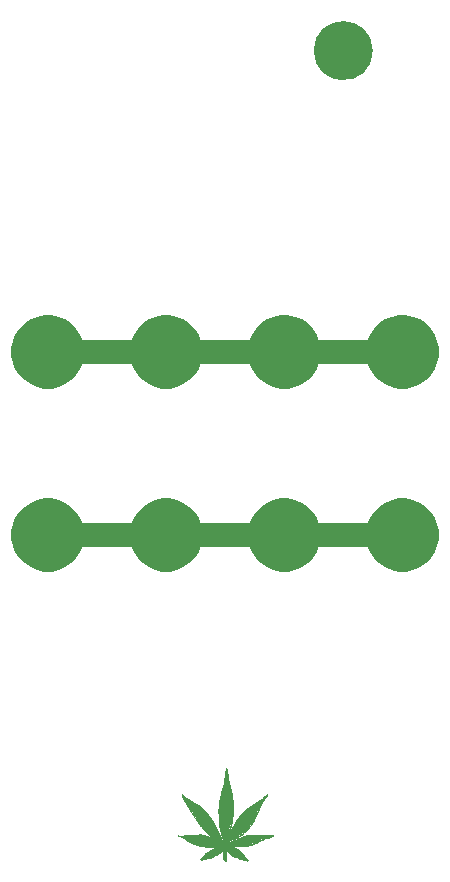
<source format=gbr>
G04 #@! TF.GenerationSoftware,KiCad,Pcbnew,(5.1.5-0)*
G04 #@! TF.CreationDate,2021-01-12T22:51:54-08:00*
G04 #@! TF.ProjectId,slygrogan,736c7967-726f-4676-916e-2e6b69636164,rev?*
G04 #@! TF.SameCoordinates,Original*
G04 #@! TF.FileFunction,Soldermask,Top*
G04 #@! TF.FilePolarity,Negative*
%FSLAX46Y46*%
G04 Gerber Fmt 4.6, Leading zero omitted, Abs format (unit mm)*
G04 Created by KiCad (PCBNEW (5.1.5-0)) date 2021-01-12 22:51:54*
%MOMM*%
%LPD*%
G04 APERTURE LIST*
%ADD10C,2.000000*%
%ADD11C,1.000000*%
%ADD12C,0.100000*%
%ADD13C,0.000002*%
%ADD14C,0.001000*%
G04 APERTURE END LIST*
D10*
X35000000Y-82000000D02*
X5000000Y-82000000D01*
D11*
X32000000Y-56500000D02*
G75*
G03X32000000Y-56500000I-2000000J0D01*
G01*
D10*
X35000000Y-97500000D02*
X5000000Y-97500000D01*
D12*
G36*
X20660400Y-123947650D02*
G01*
X21212850Y-124227050D01*
X21539875Y-124554075D01*
X21674813Y-124784263D01*
X21906588Y-125054138D01*
X21600200Y-124970000D01*
X21346200Y-124893800D01*
X21168400Y-124830300D01*
X20793750Y-124696950D01*
X20434975Y-124503275D01*
X20174625Y-124217525D01*
X20050800Y-124055600D01*
X20114300Y-124093700D01*
X20088900Y-124030200D01*
X20152400Y-123858750D01*
X20660400Y-123947650D01*
G37*
X20660400Y-123947650D02*
X21212850Y-124227050D01*
X21539875Y-124554075D01*
X21674813Y-124784263D01*
X21906588Y-125054138D01*
X21600200Y-124970000D01*
X21346200Y-124893800D01*
X21168400Y-124830300D01*
X20793750Y-124696950D01*
X20434975Y-124503275D01*
X20174625Y-124217525D01*
X20050800Y-124055600D01*
X20114300Y-124093700D01*
X20088900Y-124030200D01*
X20152400Y-123858750D01*
X20660400Y-123947650D01*
G36*
X19866650Y-123966700D02*
G01*
X19498350Y-124398500D01*
X19060200Y-124671550D01*
X18679200Y-124811250D01*
X17929900Y-124976350D01*
X18412500Y-124449300D01*
X18806200Y-124182600D01*
X19174500Y-123979400D01*
X19644400Y-123903200D01*
X19669800Y-123903200D01*
X19866650Y-123966700D01*
G37*
X19866650Y-123966700D02*
X19498350Y-124398500D01*
X19060200Y-124671550D01*
X18679200Y-124811250D01*
X17929900Y-124976350D01*
X18412500Y-124449300D01*
X18806200Y-124182600D01*
X19174500Y-123979400D01*
X19644400Y-123903200D01*
X19669800Y-123903200D01*
X19866650Y-123966700D01*
G36*
X23073400Y-122938000D02*
G01*
X23505200Y-122963400D01*
X24083207Y-122973943D01*
X23403600Y-123128500D01*
X22971800Y-123319000D01*
X22628900Y-123534900D01*
X22209800Y-123700000D01*
X21676400Y-123788900D01*
X21231900Y-123814300D01*
X20654050Y-123795250D01*
X20076200Y-123776200D01*
X20012700Y-123700000D01*
X20228600Y-123636500D01*
X20235585Y-123585700D01*
X20551815Y-123458700D01*
X21085850Y-123230100D01*
X21638300Y-123026900D01*
X22032000Y-122912600D01*
X22476500Y-122912600D01*
X23073400Y-122938000D01*
G37*
X23073400Y-122938000D02*
X23505200Y-122963400D01*
X24083207Y-122973943D01*
X23403600Y-123128500D01*
X22971800Y-123319000D01*
X22628900Y-123534900D01*
X22209800Y-123700000D01*
X21676400Y-123788900D01*
X21231900Y-123814300D01*
X20654050Y-123795250D01*
X20076200Y-123776200D01*
X20012700Y-123700000D01*
X20228600Y-123636500D01*
X20235585Y-123585700D01*
X20551815Y-123458700D01*
X21085850Y-123230100D01*
X21638300Y-123026900D01*
X22032000Y-122912600D01*
X22476500Y-122912600D01*
X23073400Y-122938000D01*
G36*
X23060700Y-120283700D02*
G01*
X22819400Y-120779000D01*
X22616200Y-121236200D01*
X22355850Y-121756900D01*
X22082800Y-122112500D01*
X21771650Y-122525250D01*
X21301750Y-122918950D01*
X20800100Y-123255500D01*
X19695200Y-123852400D01*
X19720600Y-123522200D01*
X20025400Y-123471400D01*
X20273050Y-123033250D01*
X20488950Y-122569700D01*
X20654050Y-122239500D01*
X20838200Y-121947400D01*
X21003300Y-121629900D01*
X21282700Y-121274300D01*
X21562100Y-120956800D01*
X21892300Y-120664700D01*
X22235200Y-120436100D01*
X22616200Y-120182100D01*
X23009900Y-119915400D01*
X23543300Y-119521700D01*
X23060700Y-120283700D01*
G37*
X23060700Y-120283700D02*
X22819400Y-120779000D01*
X22616200Y-121236200D01*
X22355850Y-121756900D01*
X22082800Y-122112500D01*
X21771650Y-122525250D01*
X21301750Y-122918950D01*
X20800100Y-123255500D01*
X19695200Y-123852400D01*
X19720600Y-123522200D01*
X20025400Y-123471400D01*
X20273050Y-123033250D01*
X20488950Y-122569700D01*
X20654050Y-122239500D01*
X20838200Y-121947400D01*
X21003300Y-121629900D01*
X21282700Y-121274300D01*
X21562100Y-120956800D01*
X21892300Y-120664700D01*
X22235200Y-120436100D01*
X22616200Y-120182100D01*
X23009900Y-119915400D01*
X23543300Y-119521700D01*
X23060700Y-120283700D01*
G36*
X20215900Y-118150100D02*
G01*
X20317500Y-118632700D01*
X20431800Y-119089900D01*
X20514350Y-119420100D01*
X20577850Y-119801100D01*
X20622300Y-120321800D01*
X20622300Y-120855200D01*
X20571500Y-121439400D01*
X20508000Y-121960100D01*
X20365125Y-122455400D01*
X20066675Y-123471400D01*
X19853950Y-123420600D01*
X19619000Y-122506200D01*
X19445962Y-121642600D01*
X19461837Y-120855200D01*
X19514225Y-120194800D01*
X19676150Y-119420100D01*
X19911100Y-118607300D01*
X20038100Y-117832600D01*
X20101600Y-117311900D01*
X20215900Y-118150100D01*
G37*
X20215900Y-118150100D02*
X20317500Y-118632700D01*
X20431800Y-119089900D01*
X20514350Y-119420100D01*
X20577850Y-119801100D01*
X20622300Y-120321800D01*
X20622300Y-120855200D01*
X20571500Y-121439400D01*
X20508000Y-121960100D01*
X20365125Y-122455400D01*
X20066675Y-123471400D01*
X19853950Y-123420600D01*
X19619000Y-122506200D01*
X19445962Y-121642600D01*
X19461837Y-120855200D01*
X19514225Y-120194800D01*
X19676150Y-119420100D01*
X19911100Y-118607300D01*
X20038100Y-117832600D01*
X20101600Y-117311900D01*
X20215900Y-118150100D01*
G36*
X16596400Y-119724900D02*
G01*
X16913900Y-119966200D01*
X17479050Y-120283700D01*
X18075950Y-120715500D01*
X18450600Y-121096500D01*
X18850650Y-121661650D01*
X19447550Y-122842750D01*
X19746000Y-123407900D01*
X19758700Y-123420600D01*
X19428500Y-123446000D01*
X19326900Y-123395200D01*
X18971300Y-123147550D01*
X18564900Y-122779250D01*
X18234700Y-122430000D01*
X17879100Y-121998200D01*
X17599700Y-121579100D01*
X17409200Y-121325100D01*
X17155200Y-120867900D01*
X16901200Y-120499600D01*
X16659900Y-120080500D01*
X16380500Y-119521700D01*
X16596400Y-119724900D01*
G37*
X16596400Y-119724900D02*
X16913900Y-119966200D01*
X17479050Y-120283700D01*
X18075950Y-120715500D01*
X18450600Y-121096500D01*
X18850650Y-121661650D01*
X19447550Y-122842750D01*
X19746000Y-123407900D01*
X19758700Y-123420600D01*
X19428500Y-123446000D01*
X19326900Y-123395200D01*
X18971300Y-123147550D01*
X18564900Y-122779250D01*
X18234700Y-122430000D01*
X17879100Y-121998200D01*
X17599700Y-121579100D01*
X17409200Y-121325100D01*
X17155200Y-120867900D01*
X16901200Y-120499600D01*
X16659900Y-120080500D01*
X16380500Y-119521700D01*
X16596400Y-119724900D01*
G36*
X18002925Y-122903075D02*
G01*
X18339475Y-122998325D01*
X18603000Y-123090400D01*
X19301500Y-123496800D01*
X19331980Y-123524740D01*
X19339600Y-123509500D01*
X19339600Y-123522200D01*
X19331980Y-123524740D01*
X19250700Y-123687300D01*
X19644400Y-123827000D01*
X19434850Y-123852400D01*
X19041150Y-123877800D01*
X18564900Y-123877800D01*
X18120400Y-123814300D01*
X17637800Y-123700000D01*
X17244100Y-123585700D01*
X16837700Y-123357100D01*
X16520200Y-123128500D01*
X16113800Y-123001500D01*
X16761500Y-122950700D01*
X17294900Y-122912600D01*
X17758450Y-122906250D01*
X18002925Y-122903075D01*
G37*
X18002925Y-122903075D02*
X18339475Y-122998325D01*
X18603000Y-123090400D01*
X19301500Y-123496800D01*
X19331980Y-123524740D01*
X19339600Y-123509500D01*
X19339600Y-123522200D01*
X19331980Y-123524740D01*
X19250700Y-123687300D01*
X19644400Y-123827000D01*
X19434850Y-123852400D01*
X19041150Y-123877800D01*
X18564900Y-123877800D01*
X18120400Y-123814300D01*
X17637800Y-123700000D01*
X17244100Y-123585700D01*
X16837700Y-123357100D01*
X16520200Y-123128500D01*
X16113800Y-123001500D01*
X16761500Y-122950700D01*
X17294900Y-122912600D01*
X17758450Y-122906250D01*
X18002925Y-122903075D01*
G36*
X20000000Y-123484100D02*
G01*
X19788862Y-123677775D01*
X20007937Y-123773025D01*
X20758825Y-124315950D01*
X20577850Y-124411200D01*
X20000000Y-123954000D01*
X20012700Y-125046200D01*
X19898400Y-124906500D01*
X19892050Y-124017500D01*
X19936500Y-124017500D01*
X19555500Y-123801600D01*
X19269750Y-123649200D01*
X19434850Y-123369800D01*
X20000000Y-123484100D01*
G37*
X20000000Y-123484100D02*
X19788862Y-123677775D01*
X20007937Y-123773025D01*
X20758825Y-124315950D01*
X20577850Y-124411200D01*
X20000000Y-123954000D01*
X20012700Y-125046200D01*
X19898400Y-124906500D01*
X19892050Y-124017500D01*
X19936500Y-124017500D01*
X19555500Y-123801600D01*
X19269750Y-123649200D01*
X19434850Y-123369800D01*
X20000000Y-123484100D01*
D13*
X19479586Y-121796968D02*
X19486414Y-121863404D01*
X16060628Y-122985206D02*
G75*
G02X16062745Y-122980474I8833J-1112D01*
G01*
X16062745Y-122980475D02*
G75*
G02X16067170Y-122977659I6961J-6056D01*
G01*
X16067171Y-122977659D02*
G75*
G02X16076272Y-122975641I21302J-74534D01*
G01*
X16119176Y-122969928D02*
X16076272Y-122975641D01*
X16175382Y-122964579D02*
X16119176Y-122969928D01*
X16249523Y-122959059D02*
X16175382Y-122964579D01*
X16350810Y-122952773D02*
X16249523Y-122959059D01*
X16464250Y-122945535D02*
X16350810Y-122952773D01*
X16555159Y-122938329D02*
X16464250Y-122945535D01*
X16635946Y-122930142D02*
X16555159Y-122938329D01*
X16717522Y-122919967D02*
X16635946Y-122930142D01*
X16795588Y-122910763D02*
X16717522Y-122919967D01*
X16894548Y-122901810D02*
X16795588Y-122910763D01*
X17002731Y-122893949D02*
X16894548Y-122901810D01*
X17110022Y-122888039D02*
X17002731Y-122893949D01*
X17158893Y-122885783D02*
X17110022Y-122888039D01*
X17228084Y-122882592D02*
X17158893Y-122885783D01*
X17303746Y-122879104D02*
X17228084Y-122882592D01*
X17375022Y-122875821D02*
X17303746Y-122879104D01*
X17542892Y-122868843D02*
X17375022Y-122875821D01*
X17717753Y-122863052D02*
X17542892Y-122868843D01*
X17891324Y-122858069D02*
X17717753Y-122863052D01*
X17891324Y-122858069D02*
G75*
G02X17900393Y-122860507I462J-16364D01*
G01*
X17903889Y-122861762D02*
G75*
G02X17900393Y-122860507I1209J8867D01*
G01*
X17919388Y-122863775D02*
X17903889Y-122861762D01*
X17937771Y-122865819D02*
X17919388Y-122863775D01*
X17958715Y-122867713D02*
X17937771Y-122865819D01*
X19470054Y-121687481D02*
X19472649Y-121717124D01*
X20612378Y-123847086D02*
X20657522Y-123850622D01*
X20563537Y-123843388D02*
X20612378Y-123847086D01*
X20518194Y-123840058D02*
X20563537Y-123843388D01*
X20485022Y-123837755D02*
X20518194Y-123840058D01*
X20453615Y-123835486D02*
X20485022Y-123837755D01*
X20414584Y-123832326D02*
X20453615Y-123835486D01*
X20374606Y-123828849D02*
X20414584Y-123832326D01*
X20340022Y-123825579D02*
X20374606Y-123828849D01*
X20278512Y-123820402D02*
X20340022Y-123825579D01*
X20226901Y-123818134D02*
X20278512Y-123820402D01*
X18831364Y-121580665D02*
X18702584Y-121373051D01*
X18960123Y-121810277D02*
X18831364Y-121580665D01*
X20263811Y-123844985D02*
X20225611Y-123837712D01*
X20301820Y-123851668D02*
X20263811Y-123844985D01*
X20327522Y-123855429D02*
X20301820Y-123851668D01*
X20327522Y-123855429D02*
G75*
G02X20415850Y-123871576I-96572J-777952D01*
G01*
X20542223Y-123904860D02*
X20415850Y-123871576D01*
X20681550Y-123947366D02*
X20542223Y-123904860D01*
X20815022Y-123994009D02*
X20681550Y-123947366D01*
X20858649Y-124011046D02*
X20815022Y-123994009D01*
X20904637Y-124030487D02*
X20858649Y-124011046D01*
X20952079Y-124051930D02*
X20904637Y-124030487D01*
X21000085Y-124074987D02*
X20952079Y-124051930D01*
X21000085Y-124074988D02*
G75*
G02X21152408Y-124162179I-639105J-1293158D01*
G01*
X19600081Y-122547260D02*
X19602098Y-122557528D01*
X22620021Y-121215299D02*
G75*
G02X22619743Y-121216562I-3003J0D01*
G01*
X22611209Y-121234952D02*
X22619743Y-121216562D01*
X22601523Y-121255632D02*
X22611209Y-121234952D01*
X22590022Y-121279870D02*
X22601523Y-121255632D01*
X22578521Y-121304146D02*
X22590022Y-121279870D01*
X22568834Y-121324951D02*
X22578521Y-121304146D01*
X22560385Y-121343329D02*
X22568834Y-121324951D01*
X22560021Y-121344995D02*
G75*
G02X22560385Y-121343329I3995J0D01*
G01*
X22560021Y-121344995D02*
G75*
G02X22559292Y-121348297I-7840J0D01*
G01*
X22520677Y-121431421D02*
X22559292Y-121348297D01*
X22477758Y-121523339D02*
X22520677Y-121431421D01*
X22427442Y-121630277D02*
X22477758Y-121523339D01*
X22404537Y-121678174D02*
X22427442Y-121630277D01*
X22376801Y-121734980D02*
X22404537Y-121678174D01*
X22347730Y-121793998D02*
X22376801Y-121734980D01*
X22347731Y-121793997D02*
G75*
G02X22345022Y-121797777I-12801J6311D01*
G01*
X22343589Y-121799614D02*
G75*
G02X22345022Y-121797777I8150J-4881D01*
G01*
X22340177Y-121805418D02*
X22343588Y-121799615D01*
X22336238Y-121812435D02*
X22340177Y-121805418D01*
X22332041Y-121820277D02*
X22336238Y-121812435D01*
X22323008Y-121837116D02*
X22332041Y-121820277D01*
X22312309Y-121856309D02*
X22323008Y-121837116D01*
X22301117Y-121875799D02*
X22312309Y-121856309D01*
X22290563Y-121893576D02*
X22301117Y-121875799D01*
X22286359Y-121900601D02*
X22290563Y-121893576D01*
X22279895Y-121911546D02*
X22286359Y-121900601D01*
X22272630Y-121923921D02*
X22279895Y-121911546D01*
X22265538Y-121936076D02*
X22272630Y-121923921D01*
X22265539Y-121936076D02*
G75*
G02X22176513Y-122074537I-1594117J927112D01*
G01*
X22060765Y-122228716D02*
X22176513Y-122074537D01*
X21929379Y-122385115D02*
X22060765Y-122228716D01*
X21792561Y-122530767D02*
X21929379Y-122385115D01*
X21792561Y-122530767D02*
G75*
G02X21512462Y-122788051I-2992746J2977019D01*
G01*
X21202444Y-123026945D02*
X21512462Y-122788051D01*
X20846530Y-123258868D02*
X21202444Y-123026945D01*
X20427522Y-123495384D02*
X20846530Y-123258868D01*
X20407210Y-123506206D02*
X20427522Y-123495384D01*
X20383256Y-123519049D02*
X20407210Y-123506206D01*
X20359541Y-123531825D02*
X20383256Y-123519049D01*
X20340022Y-123542411D02*
X20359541Y-123531825D01*
X20322766Y-123551769D02*
X20340022Y-123542411D01*
X20306062Y-123560749D02*
X20322766Y-123551769D01*
X20291782Y-123568359D02*
X20306062Y-123560749D01*
X20284097Y-123572337D02*
X20291782Y-123568359D01*
X20267847Y-123582144D02*
G75*
G02X20284097Y-123572337I73169J-102870D01*
G01*
X20251467Y-123595234D02*
G75*
G02X20267847Y-123582145I125077J-139731D01*
G01*
X20238112Y-123608375D02*
G75*
G02X20251467Y-123595234I145858J-134885D01*
G01*
X20235021Y-123616267D02*
G75*
G02X20238111Y-123608375I11624J0D01*
G01*
X20235871Y-123619781D02*
G75*
G02X20235022Y-123616267I6849J3514D01*
G01*
X20238155Y-123621737D02*
G75*
G02X20235870Y-123619780I1247J3768D01*
G01*
X20242397Y-123622198D02*
G75*
G02X20238155Y-123621737I-1044J10127D01*
G01*
X20249641Y-123621103D02*
G75*
G02X20242398Y-123622199I-15184J75919D01*
G01*
X20268149Y-123615366D02*
G75*
G02X20249641Y-123621104I-36945J86448D01*
G01*
X20328992Y-123589023D02*
X20268149Y-123615366D01*
X20396972Y-123558528D02*
X20328992Y-123589023D01*
X20465022Y-123526643D02*
X20396972Y-123558528D01*
X20488044Y-123515656D02*
X20465022Y-123526643D01*
X20513850Y-123503400D02*
X20488044Y-123515656D01*
X20538478Y-123491750D02*
X20513850Y-123503400D01*
X20557522Y-123482798D02*
X20538478Y-123491750D01*
X20577497Y-123473393D02*
X20557522Y-123482798D01*
X20605600Y-123460054D02*
X20577497Y-123473393D01*
X20636247Y-123445444D02*
X20605600Y-123460054D01*
X20665022Y-123431661D02*
X20636247Y-123445444D01*
X20719936Y-123405361D02*
X20665022Y-123431661D01*
X20761702Y-123385535D02*
X20719936Y-123405361D01*
X20796707Y-123369148D02*
X20761702Y-123385535D01*
X20830022Y-123353816D02*
X20796707Y-123369148D01*
X20865354Y-123337574D02*
X20830022Y-123353816D01*
X20931774Y-123306749D02*
X20865354Y-123337574D01*
X20999694Y-123275132D02*
X20931774Y-123306749D01*
X21047522Y-123252733D02*
X20999694Y-123275132D01*
X21194502Y-123184657D02*
X21047522Y-123252733D01*
X21345333Y-123116903D02*
X21194502Y-123184657D01*
X21483653Y-123056658D02*
X21345333Y-123116903D01*
X21590022Y-123012680D02*
X21483653Y-123056658D01*
X21643337Y-122991611D02*
X21590022Y-123012680D01*
X21678135Y-122978359D02*
X21643337Y-122991611D01*
X21707932Y-122967769D02*
X21678135Y-122978359D01*
X21742522Y-122956289D02*
X21707932Y-122967769D01*
X21801620Y-122938467D02*
X21742522Y-122956289D01*
X21863071Y-122922384D02*
X21801620Y-122938467D01*
X21924574Y-122908597D02*
X21863071Y-122922384D01*
X21983822Y-122897669D02*
X21924574Y-122908597D01*
X22025789Y-122891782D02*
X21983822Y-122897669D01*
X22061324Y-122888975D02*
X22025789Y-122891782D01*
X22105896Y-122888261D02*
X22061324Y-122888975D01*
X22186322Y-122889370D02*
X22105896Y-122888261D01*
X22243234Y-122890735D02*
X22186322Y-122889370D01*
X22301607Y-122892737D02*
X22243234Y-122890735D01*
X22353546Y-122895032D02*
X22301607Y-122892737D01*
X22387522Y-122897267D02*
X22353546Y-122895032D01*
X22418287Y-122899702D02*
X22387522Y-122897267D01*
X22457662Y-122902627D02*
X22418287Y-122899702D01*
X22498691Y-122905545D02*
X22457662Y-122902627D01*
X22535022Y-122907990D02*
X22498691Y-122905545D01*
X22572057Y-122910418D02*
X22535022Y-122907990D01*
X22615318Y-122913293D02*
X22572057Y-122910418D01*
X22657867Y-122916150D02*
X22615318Y-122913293D01*
X22692522Y-122918510D02*
X22657867Y-122916150D01*
X22745145Y-122920680D02*
X22692522Y-122918510D01*
X22937897Y-122923130D02*
X22745145Y-122920680D01*
X23166132Y-122925346D02*
X22937897Y-122923130D01*
X23422522Y-122926997D02*
X23166132Y-122925346D01*
X23760194Y-122928974D02*
X23422522Y-122926997D01*
X23946598Y-122930953D02*
X23760194Y-122928974D01*
X24075267Y-122933028D02*
X23946598Y-122930953D01*
X24075267Y-122933028D02*
G75*
G02X24088772Y-122936729I-500J-28318D01*
G01*
X24088772Y-122936728D02*
G75*
G02X24097766Y-122945160I-13045J-22929D01*
G01*
X24097766Y-122945160D02*
G75*
G02X24100023Y-122955412I-12281J-8079D01*
G01*
X24100023Y-122955413D02*
G75*
G02X24094871Y-122965674I-18220J2725D01*
G01*
X24094870Y-122965673D02*
G75*
G02X24083207Y-122973943I-29662J29474D01*
G01*
X24083208Y-122973944D02*
G75*
G02X24065174Y-122981131I-63623J133418D01*
G01*
X24000776Y-123001805D02*
X24065174Y-122981131D01*
X23938093Y-123021392D02*
X24000776Y-123001805D01*
X23902522Y-123031377D02*
X23938093Y-123021392D01*
X23773171Y-123068169D02*
X23902522Y-123031377D01*
X23598786Y-123125203D02*
X23773171Y-123068169D01*
X23419767Y-123188251D02*
X23598786Y-123125203D01*
X23272522Y-123245274D02*
X23419767Y-123188251D01*
X23149199Y-123298078D02*
X23272522Y-123245274D01*
X23003927Y-123364591D02*
X23149199Y-123298078D01*
X22862600Y-123432490D02*
X23003927Y-123364591D01*
X22752522Y-123489199D02*
X22862600Y-123432490D01*
X22618504Y-123560433D02*
X22752522Y-123489199D01*
X22533440Y-123602696D02*
X22618504Y-123560433D01*
X22458987Y-123635131D02*
X22533440Y-123602696D01*
X22367522Y-123670178D02*
X22458987Y-123635131D01*
X22292423Y-123697307D02*
X22367522Y-123670178D01*
X22252851Y-123710723D02*
X22292423Y-123697307D01*
X22213400Y-123722598D02*
X22252851Y-123710723D01*
X22140022Y-123743034D02*
X22213400Y-123722598D01*
X22020804Y-123772545D02*
X22140022Y-123743034D01*
X21883620Y-123800279D02*
X22020804Y-123772545D01*
X21745884Y-123823156D02*
X21883620Y-123800279D01*
X21625022Y-123837838D02*
X21745884Y-123823156D01*
X21601013Y-123840138D02*
X21625022Y-123837838D01*
X21566506Y-123843487D02*
X21601013Y-123840138D01*
X21528547Y-123847195D02*
X21566506Y-123843487D01*
X21492522Y-123850739D02*
X21528547Y-123847195D01*
X21358935Y-123858145D02*
X21492522Y-123850739D01*
X21086190Y-123859806D02*
X21358935Y-123858145D01*
X20813070Y-123857895D02*
X21086190Y-123859806D01*
X20657522Y-123850622D02*
X20813070Y-123857895D01*
X20184700Y-123817876D02*
X20226901Y-123818134D01*
X20180021Y-123822584D02*
G75*
G02X20184700Y-123817876I4709J-1D01*
G01*
X20181145Y-123824719D02*
G75*
G02X20180022Y-123822585I1466J2134D01*
G01*
X20185529Y-123827293D02*
G75*
G02X20181144Y-123824719I15819J31971D01*
G01*
X19110636Y-122088155D02*
X19094341Y-122058062D01*
X19121221Y-122107777D02*
X19110636Y-122088155D01*
X20511249Y-122483226D02*
X20464982Y-122580277D01*
X20596807Y-122312328D02*
X20511249Y-122483226D01*
X20683548Y-122141636D02*
X20596807Y-122312328D01*
X20724269Y-122066527D02*
X20683548Y-122141636D01*
X20738678Y-122041366D02*
X20724269Y-122066527D01*
X20749929Y-122021636D02*
X20738678Y-122041366D01*
X20759609Y-122004555D02*
X20749929Y-122021636D01*
X20769048Y-121987777D02*
X20759609Y-122004555D01*
X20775983Y-121975624D02*
X20769048Y-121987777D01*
X20787590Y-121955731D02*
X20775983Y-121975624D01*
X20800976Y-121932985D02*
X20787590Y-121955731D01*
X20814458Y-121910277D02*
X20800976Y-121932985D01*
X20827575Y-121888268D02*
X20814458Y-121910277D01*
X20839864Y-121867624D02*
X20827575Y-121888268D01*
X20850197Y-121850243D02*
X20839864Y-121867624D01*
X20854889Y-121842307D02*
X20850197Y-121850243D01*
X20899259Y-121770233D02*
X20854889Y-121842307D01*
X20962393Y-121673837D02*
X20899259Y-121770233D01*
X21029939Y-121574271D02*
X20962393Y-121673837D01*
X21089543Y-121490277D02*
X21029939Y-121574271D01*
X21146819Y-121413641D02*
X21089543Y-121490277D01*
X21217177Y-121323061D02*
X21146819Y-121413641D01*
X21284639Y-121238542D02*
X21217177Y-121323061D01*
X21327847Y-121187777D02*
X21284639Y-121238542D01*
X22635064Y-121181889D02*
X22644416Y-121161958D01*
X22627187Y-121198945D02*
X22635064Y-121181889D01*
X22620294Y-121214044D02*
X22627187Y-121198945D01*
X22620022Y-121215299D02*
G75*
G02X22620294Y-121214044I3026J0D01*
G01*
X19075985Y-122024222D02*
X19058037Y-121991194D01*
X19094341Y-122058062D02*
X19075985Y-122024222D01*
X21912904Y-125082618D02*
G75*
G02X21912962Y-125090934I-10582J-4233D01*
G01*
X21912961Y-125090934D02*
G75*
G02X21910571Y-125093771I-5287J2029D01*
G01*
X21910571Y-125093771D02*
G75*
G02X21905675Y-125095933I-11328J19028D01*
G01*
X21905675Y-125095934D02*
G75*
G02X21898837Y-125097326I-10822J35655D01*
G01*
X21898838Y-125097325D02*
G75*
G02X21890414Y-125097777I-8424J78322D01*
G01*
X20393609Y-122741378D02*
X20385721Y-122760277D01*
X20420843Y-122679384D02*
X20393609Y-122741378D01*
X20447720Y-122618594D02*
X20420843Y-122679384D01*
X20464982Y-122580277D02*
X20447720Y-122618594D01*
X21890414Y-125097778D02*
G75*
G02X21875921Y-125096825I0J110737D01*
G01*
X21875921Y-125096825D02*
G75*
G02X21863016Y-125093965I9971J75534D01*
G01*
X21863016Y-125093965D02*
G75*
G02X21846281Y-125087761I53575J170197D01*
G01*
X21815022Y-125074046D02*
X21846281Y-125087761D01*
X21751838Y-125047762D02*
X21815022Y-125074046D01*
X21685736Y-125024319D02*
X21751838Y-125047762D01*
X21614120Y-125002862D02*
X21685736Y-125024319D01*
X21534294Y-124982548D02*
X21614120Y-125002862D01*
X21397606Y-124949292D02*
X21534294Y-124982548D01*
X19130128Y-122124323D02*
X19121221Y-122107777D01*
X19140235Y-122143074D02*
X19130128Y-122124323D01*
X20253305Y-123086243D02*
X20244490Y-123106661D01*
X20263179Y-123062378D02*
X20253305Y-123086243D01*
X20274497Y-123034151D02*
X20263179Y-123062378D01*
X20287768Y-123000277D02*
X20274497Y-123034151D01*
X20293655Y-122985324D02*
X20287768Y-123000277D01*
X20300109Y-122969333D02*
X20293655Y-122985324D01*
X20306173Y-122954627D02*
X20300109Y-122969333D01*
X21152408Y-124162178D02*
G75*
G02X21290509Y-124265987I-743206J-1132487D01*
G01*
X21290509Y-124265987D02*
G75*
G02X21408604Y-124381641I-808447J-943632D01*
G01*
X21408604Y-124381641D02*
G75*
G02X21501099Y-124504225I-691614J-618042D01*
G01*
X21593113Y-124647827D02*
X21501099Y-124504225D01*
X21658325Y-124744131D02*
X21593113Y-124647827D01*
X21719278Y-124826381D02*
X21658325Y-124744131D01*
X21794380Y-124920045D02*
X21719278Y-124826381D01*
X21837947Y-124972822D02*
X21794380Y-124920045D01*
X21851771Y-124989809D02*
X21837947Y-124972822D01*
X21862079Y-125003035D02*
X21851771Y-124989809D01*
X19634498Y-119470277D02*
X19620636Y-119520269D01*
X20310691Y-122944082D02*
X20306173Y-122954627D01*
X20314264Y-122935606D02*
X20310691Y-122944082D01*
X20317281Y-122927667D02*
X20314264Y-122935606D01*
X20319553Y-122920959D02*
X20317281Y-122927667D01*
X20320021Y-122917966D02*
G75*
G02X20319553Y-122920959I-9805J0D01*
G01*
X20320021Y-122917965D02*
G75*
G02X20320501Y-122914968I9600J-1D01*
G01*
X20322848Y-122908209D02*
X20320501Y-122914968D01*
X20325958Y-122900210D02*
X20322848Y-122908209D01*
X20329642Y-122891661D02*
X20325958Y-122900210D01*
X20343866Y-122859784D02*
X20329642Y-122891661D01*
X20352969Y-122838632D02*
X20343866Y-122859784D01*
X20359166Y-122823491D02*
X20352969Y-122838632D01*
X20360007Y-122819082D02*
G75*
G02X20359166Y-122823491I-11749J-43D01*
G01*
X20360007Y-122819082D02*
G75*
G02X20360459Y-122816632I6738J25D01*
G01*
X20363194Y-122809786D02*
X20360459Y-122816632D01*
X20366707Y-122801673D02*
X20363194Y-122809786D01*
X20370874Y-122792777D02*
X20366707Y-122801673D01*
X20375330Y-122783430D02*
X20370874Y-122792777D01*
X20379723Y-122773949D02*
X20375330Y-122783430D01*
X20383495Y-122765577D02*
X20379723Y-122773949D01*
X20385721Y-122760277D02*
X20383495Y-122765577D01*
X21877281Y-125023316D02*
X21862079Y-125003035D01*
X21893683Y-125046689D02*
X21877281Y-125023316D01*
X21893683Y-125046690D02*
G75*
G02X21905528Y-125066666I-194982J-129113D01*
G01*
X21905528Y-125066666D02*
G75*
G02X21912903Y-125082618I-148143J-78170D01*
G01*
X21337272Y-121177192D02*
X21327847Y-121187777D01*
X21357031Y-121154856D02*
X21337272Y-121177192D01*
X21380430Y-121128361D02*
X21357031Y-121154856D01*
X21405193Y-121100277D02*
X21380430Y-121128361D01*
X21513704Y-120983304D02*
X21405193Y-121100277D01*
X21646053Y-120852079D02*
X21513704Y-120983304D01*
X21777297Y-120730085D02*
X21646053Y-120852079D01*
X21880250Y-120644220D02*
X21777297Y-120730085D01*
X21967428Y-120578727D02*
X21880250Y-120644220D01*
X22046415Y-120523278D02*
X21967428Y-120578727D01*
X22148457Y-120456351D02*
X22046415Y-120523278D01*
X22327522Y-120342769D02*
X22148457Y-120456351D01*
X22389629Y-120303344D02*
X22327522Y-120342769D01*
X22456365Y-120260469D02*
X22389629Y-120303344D01*
X22517965Y-120220471D02*
X22456365Y-120260469D01*
X22562522Y-120190991D02*
X22517965Y-120220471D01*
X22697222Y-120099298D02*
X22562522Y-120190991D01*
X22820866Y-120012251D02*
X22697222Y-120099298D01*
X22968690Y-119904774D02*
X22820866Y-120012251D01*
X23190022Y-119740957D02*
X22968690Y-119904774D01*
X23233928Y-119708350D02*
X23190022Y-119740957D01*
X23276959Y-119676446D02*
X23233928Y-119708350D01*
X23314011Y-119649020D02*
X23276959Y-119676446D01*
X23335022Y-119633543D02*
X23314011Y-119649020D01*
X23351209Y-119621646D02*
X23335022Y-119633543D01*
X23368850Y-119608643D02*
X23351209Y-119621646D01*
X23385320Y-119596471D02*
X23368850Y-119608643D01*
X23397522Y-119587414D02*
X23385320Y-119596471D01*
X23437477Y-119559270D02*
X23397522Y-119587414D01*
X23492952Y-119523208D02*
X23437477Y-119559270D01*
X23549438Y-119487759D02*
X23492952Y-119523208D01*
X23549438Y-119487760D02*
G75*
G02X23564761Y-119481269I28471J-45884D01*
G01*
X23564761Y-119481268D02*
G75*
G02X23577504Y-119479947I10974J-43717D01*
G01*
X23577504Y-119479947D02*
G75*
G02X23584070Y-119484069I-305J-7776D01*
G01*
X23584070Y-119484070D02*
G75*
G02X23584527Y-119492656I-8997J-4784D01*
G01*
X23584527Y-119492655D02*
G75*
G02X23577667Y-119505539I-63438J25510D01*
G01*
X23565329Y-119522507D02*
X23577667Y-119505539D01*
X23545976Y-119546851D02*
X23565329Y-119522507D01*
X23526429Y-119570518D02*
X23545976Y-119546851D01*
X23526429Y-119570517D02*
G75*
G02X23516963Y-119580277I-72727J61071D01*
G01*
X23499895Y-119598072D02*
G75*
G02X23516963Y-119580277I123500J-101373D01*
G01*
X23445948Y-119664257D02*
X23499895Y-119598072D01*
X23391922Y-119731904D02*
X23445948Y-119664257D01*
X23351038Y-119785277D02*
X23391922Y-119731904D01*
X23274034Y-119893698D02*
X23351038Y-119785277D01*
X23213980Y-119989678D02*
X23274034Y-119893698D01*
X23148409Y-120110452D02*
X23213980Y-119989678D01*
X23045463Y-120315277D02*
X23148409Y-120110452D01*
X23012314Y-120382396D02*
X23045463Y-120315277D01*
X22982337Y-120443418D02*
X23012314Y-120382396D01*
X22957300Y-120494652D02*
X22982337Y-120443418D01*
X22948740Y-120512777D02*
X22957300Y-120494652D01*
X22933870Y-120544997D02*
X22948740Y-120512777D01*
X22898656Y-120620485D02*
X22933870Y-120544997D01*
X22863434Y-120695815D02*
X22898656Y-120620485D01*
X22842505Y-120740277D02*
X22863434Y-120695815D01*
X22836270Y-120753483D02*
X22842505Y-120740277D01*
X22826572Y-120774090D02*
X22836270Y-120753483D01*
X22815623Y-120797387D02*
X22826572Y-120774090D01*
X22804881Y-120820277D02*
X22815623Y-120797387D01*
X22752656Y-120931614D02*
X22804881Y-120820277D01*
X22705466Y-121032138D02*
X22752656Y-120931614D01*
X22666565Y-121114935D02*
X22705466Y-121032138D01*
X22644416Y-121161958D02*
X22666565Y-121114935D01*
X19456089Y-120470173D02*
X19450432Y-120547777D01*
X19491414Y-120134273D02*
X19489359Y-120151746D01*
X19499812Y-121975277D02*
X19502112Y-121991881D01*
X17220022Y-123604199D02*
X17285345Y-123631444D01*
X17172193Y-123582386D02*
X17220022Y-123604199D01*
X17096008Y-123545116D02*
X17172193Y-123582386D01*
X17013874Y-123504229D02*
X17096008Y-123545116D01*
X17958715Y-122867712D02*
G75*
G02X18037077Y-122877867I-68767J-838110D01*
G01*
X18134167Y-122897547D02*
X18037077Y-122877867D01*
X18238541Y-122923880D02*
X18134167Y-122897547D01*
X18340022Y-122954629D02*
X18238541Y-122923880D01*
X18411345Y-122978648D02*
X18340022Y-122954629D01*
X18462918Y-122997344D02*
X18411345Y-122978648D01*
X18514767Y-123018060D02*
X18462918Y-122997344D01*
X18587522Y-123048978D02*
X18514767Y-123018060D01*
X18636095Y-123071297D02*
X18587522Y-123048978D01*
X18722054Y-123113707D02*
X18636095Y-123071297D01*
X18807800Y-123157003D02*
X18722054Y-123113707D01*
X18857522Y-123183724D02*
X18807800Y-123157003D01*
X18874485Y-123193290D02*
X18857522Y-123183724D01*
X18892381Y-123203359D02*
X18874485Y-123193290D01*
X18908665Y-123212503D02*
X18892381Y-123203359D01*
X18920022Y-123218855D02*
X18908665Y-123212503D01*
X18967579Y-123246350D02*
X18920022Y-123218855D01*
X19029264Y-123283880D02*
X18967579Y-123246350D01*
X19094127Y-123324579D02*
X19029264Y-123283880D01*
X19152522Y-123362529D02*
X19094127Y-123324579D01*
X19269621Y-123439782D02*
X19152522Y-123362529D01*
X19284217Y-123442895D02*
G75*
G02X19269621Y-123439782I-3296J20324D01*
G01*
X19285880Y-123436626D02*
G75*
G02X19284217Y-123442894I-2231J-2763D01*
G01*
X19186635Y-123356997D02*
X19285879Y-123436626D01*
X19076355Y-123268615D02*
X19186635Y-123356997D01*
X18955655Y-123171064D02*
X19076355Y-123268615D01*
X18846190Y-123082022D02*
X18955655Y-123171064D01*
X18797522Y-123041366D02*
X18846190Y-123082022D01*
X18560218Y-122828564D02*
X18797522Y-123041366D01*
X18331976Y-122603889D02*
X18560218Y-122828564D01*
X18126302Y-122381368D02*
X18331976Y-122603889D01*
X17957522Y-122175413D02*
X18126302Y-122381368D01*
X17947035Y-122161730D02*
X17957522Y-122175413D01*
X17930933Y-122140881D02*
X17947035Y-122161730D01*
X17912804Y-122117489D02*
X17930933Y-122140881D01*
X17895094Y-122094720D02*
X17912804Y-122117489D01*
X17850771Y-122036679D02*
X17895094Y-122094720D01*
X17798022Y-121965362D02*
X17850771Y-122036679D01*
X17743294Y-121889659D02*
X17798022Y-121965362D01*
X17692611Y-121817777D02*
X17743294Y-121889659D01*
X17615794Y-121705183D02*
X17692611Y-121817777D01*
X17503314Y-121536047D02*
X17615794Y-121705183D01*
X17392960Y-121368079D02*
X17503314Y-121536047D01*
X17327810Y-121265811D02*
X17392960Y-121368079D01*
X17312852Y-121241839D02*
X17327810Y-121265811D01*
X17293501Y-121211028D02*
X17312852Y-121241839D01*
X17273210Y-121178853D02*
X17293501Y-121211028D01*
X17255098Y-121150277D02*
X17273210Y-121178853D01*
X17232466Y-121114465D02*
X17255098Y-121150277D01*
X17194344Y-121053699D02*
X17232466Y-121114465D01*
X17150478Y-120983586D02*
X17194344Y-121053699D01*
X17106299Y-120912777D02*
X17150478Y-120983586D01*
X17063762Y-120844522D02*
X17106299Y-120912777D01*
X17024866Y-120782137D02*
X17063762Y-120844522D01*
X16992249Y-120729846D02*
X17024866Y-120782137D01*
X16980010Y-120710277D02*
X16992249Y-120729846D01*
X16937630Y-120641590D02*
X16980010Y-120710277D01*
X16867790Y-120526106D02*
X16937630Y-120641590D01*
X16797729Y-120409490D02*
X16867790Y-120526106D01*
X16772165Y-120365277D02*
X16797729Y-120409490D01*
X16769328Y-120360248D02*
X16772165Y-120365277D01*
X16765217Y-120353074D02*
X16769328Y-120360248D01*
X16760674Y-120345211D02*
X16765217Y-120353074D01*
X16756342Y-120337777D02*
X16760674Y-120345211D01*
X16727044Y-120287083D02*
X16756342Y-120337777D01*
X16668968Y-120185057D02*
X16727044Y-120287083D01*
X16610346Y-120081702D02*
X16668968Y-120185057D01*
X16588754Y-120042777D02*
X16610346Y-120081702D01*
X16579351Y-120025536D02*
X16588754Y-120042777D01*
X16567835Y-120004543D02*
X16579351Y-120025536D01*
X16556140Y-119983314D02*
X16567835Y-120004543D01*
X16546150Y-119965277D02*
X16556140Y-119983314D01*
X16517394Y-119910797D02*
X16546150Y-119965277D01*
X16462647Y-119800518D02*
X16517394Y-119910797D01*
X16402078Y-119677345D02*
X16462647Y-119800518D01*
X16402079Y-119677345D02*
G75*
G02X16400022Y-119668491I18028J8854D01*
G01*
X16399530Y-119665636D02*
G75*
G02X16400022Y-119668491I-8045J-2855D01*
G01*
X16397209Y-119659477D02*
X16399530Y-119665636D01*
X16394113Y-119652210D02*
X16397209Y-119659477D01*
X16390446Y-119644500D02*
X16394113Y-119652210D01*
X16390446Y-119644500D02*
G75*
G02X16375567Y-119610779I353949J176315D01*
G01*
X16362376Y-119572674D02*
X16375567Y-119610779D01*
X16352797Y-119537022D02*
X16362376Y-119572674D01*
X16352798Y-119537021D02*
G75*
G02X16350022Y-119512709I105091J24312D01*
G01*
X16350022Y-119512709D02*
G75*
G02X16352313Y-119501889I26694J0D01*
G01*
X16352313Y-119501889D02*
G75*
G02X16358734Y-119493767I19006J-8428D01*
G01*
X16358734Y-119493767D02*
G75*
G02X16368045Y-119489963I11741J-15439D01*
G01*
X16368045Y-119489963D02*
G75*
G02X16378409Y-119491121I2783J-22042D01*
G01*
X19299378Y-123449505D02*
G75*
G02X19307816Y-123455118I-42084J-72409D01*
G01*
X19293690Y-123448010D02*
G75*
G02X19299378Y-123449505I137J-11046D01*
G01*
X19292163Y-123450169D02*
G75*
G02X19293690Y-123448010I1547J525D01*
G01*
X19295021Y-123455277D02*
G75*
G02X19292163Y-123450169I12406J10295D01*
G01*
X19298004Y-123458135D02*
G75*
G02X19295022Y-123455277I10995J14458D01*
G01*
X19301808Y-123460528D02*
G75*
G02X19298004Y-123458136I11528J22553D01*
G01*
X19305813Y-123462133D02*
G75*
G02X19301808Y-123460528I6762J22671D01*
G01*
X19309384Y-123462619D02*
G75*
G02X19305813Y-123462133I-229J11691D01*
G01*
X19313439Y-123462263D02*
G75*
G02X19309384Y-123462618I-4642J29680D01*
G01*
X19314221Y-123461131D02*
G75*
G02X19313438Y-123462263I-929J-194D01*
G01*
X19313100Y-123459282D02*
G75*
G02X19314221Y-123461131I-2062J-2515D01*
G01*
X19307816Y-123455118D02*
X19313100Y-123459282D01*
X20082574Y-117269496D02*
G75*
G02X20091771Y-117260571I24520J-16067D01*
G01*
X20091771Y-117260571D02*
G75*
G02X20102879Y-117257745I10107J-16484D01*
G01*
X20102879Y-117257745D02*
G75*
G02X20113607Y-117261707I-996J-19203D01*
G01*
X20113606Y-117261707D02*
G75*
G02X20121759Y-117271527I-17650J-22947D01*
G01*
X20121760Y-117271527D02*
G75*
G02X20133695Y-117304885I-124673J-63421D01*
G01*
X20149153Y-117380779D02*
X20133695Y-117304885D01*
X20166249Y-117480893D02*
X20149153Y-117380779D01*
X20184771Y-117607777D02*
X20166249Y-117480893D01*
X20189195Y-117639649D02*
X20184771Y-117607777D01*
X20193664Y-117671324D02*
X20189195Y-117639649D01*
X20197609Y-117698853D02*
X20193664Y-117671324D01*
X20200058Y-117715277D02*
X20197609Y-117698853D01*
X20202198Y-117729274D02*
X20200058Y-117715277D01*
X20204846Y-117746746D02*
X20202198Y-117729274D01*
X20207550Y-117764693D02*
X20204846Y-117746746D01*
X20209879Y-117780277D02*
X20207550Y-117764693D01*
X20250474Y-118045675D02*
X20209879Y-117780277D01*
X20282146Y-118233530D02*
X20250474Y-118045675D01*
X20312899Y-118391341D02*
X20282146Y-118233530D01*
X20349454Y-118555379D02*
X20312899Y-118391341D01*
X20374492Y-118658731D02*
X20349454Y-118555379D01*
X20406786Y-118786990D02*
X20374492Y-118658731D01*
X20438947Y-118912230D02*
X20406786Y-118786990D01*
X20449546Y-118947777D02*
X20438947Y-118912230D01*
X20451577Y-118954390D02*
X20449546Y-118947777D01*
X20454324Y-118964684D02*
X20451577Y-118954390D01*
X20457226Y-118976332D02*
X20454324Y-118964684D01*
X20459866Y-118987777D02*
X20457226Y-118976332D01*
X20462509Y-118999406D02*
X20459866Y-118987777D01*
X20465418Y-119011606D02*
X20462509Y-118999406D01*
X20468167Y-119022654D02*
X20465418Y-119011606D01*
X20470219Y-119030277D02*
X20468167Y-119022654D01*
X20491211Y-119111306D02*
X20470219Y-119030277D01*
X20520319Y-119239530D02*
X20491211Y-119111306D01*
X20547583Y-119367148D02*
X20520319Y-119239530D01*
X20560471Y-119440277D02*
X20547583Y-119367148D01*
X20562659Y-119454272D02*
X20560471Y-119440277D01*
X20565675Y-119471746D02*
X20562659Y-119454272D01*
X20568972Y-119489692D02*
X20565675Y-119471746D01*
X20572053Y-119505277D02*
X20568972Y-119489692D01*
X20583969Y-119571401D02*
X20572053Y-119505277D01*
X20598521Y-119670705D02*
X20583969Y-119571401D01*
X20613047Y-119782002D02*
X20598521Y-119670705D01*
X20625375Y-119890277D02*
X20613047Y-119782002D01*
X20633692Y-119977355D02*
X20625375Y-119890277D01*
X20641238Y-120073355D02*
X20633692Y-119977355D01*
X20649412Y-120196795D02*
X20641238Y-120073355D01*
X20659993Y-120375277D02*
X20649412Y-120196795D01*
X20664428Y-120511801D02*
X20659993Y-120375277D01*
X20663207Y-120673699D02*
X20664428Y-120511801D01*
D14*
X20656205Y-120880188D02*
X20663207Y-120673699D01*
X20642243Y-121160277D02*
X20656205Y-120880188D01*
D13*
X20638309Y-121213260D02*
X20642243Y-121160277D01*
X20629073Y-121307488D02*
X20638309Y-121213260D01*
X20618702Y-121404897D02*
X20629073Y-121307488D01*
X20609856Y-121477777D02*
X20618702Y-121404897D01*
X20607613Y-121495020D02*
X20609856Y-121477777D01*
X20604937Y-121516012D02*
X20607613Y-121495020D01*
X20602271Y-121537241D02*
X20604937Y-121516012D01*
X20600050Y-121555277D02*
X20602271Y-121537241D01*
X20597806Y-121572962D02*
X20600050Y-121555277D01*
X20595075Y-121593074D02*
X20597806Y-121572962D01*
X20592299Y-121612476D02*
X20595075Y-121593074D01*
X20589942Y-121627777D02*
X20592299Y-121612476D01*
X20587622Y-121642744D02*
X20589942Y-121627777D01*
X20584972Y-121661012D02*
X20587622Y-121642744D01*
X20582418Y-121679518D02*
X20584972Y-121661012D01*
X20580389Y-121695277D02*
X20582418Y-121679518D01*
X20561335Y-121817675D02*
X20580389Y-121695277D01*
X20521650Y-122019623D02*
X20561335Y-121817675D01*
X20478766Y-122221371D02*
X20521650Y-122019623D01*
X20447485Y-122345277D02*
X20478766Y-122221371D01*
X20444512Y-122355948D02*
X20447485Y-122345277D01*
X20441467Y-122367340D02*
X20444512Y-122355948D01*
X20438776Y-122377807D02*
X20441467Y-122367340D01*
X20436995Y-122385277D02*
X20438776Y-122377807D01*
X20427390Y-122423770D02*
X20436995Y-122385277D01*
X20397648Y-122531388D02*
X20427390Y-122423770D01*
X20367938Y-122637284D02*
X20397648Y-122531388D01*
X20350778Y-122695277D02*
X20367938Y-122637284D01*
X20346460Y-122709274D02*
X20350778Y-122695277D01*
X20341080Y-122726746D02*
X20346460Y-122709274D01*
X20335561Y-122744693D02*
X20341080Y-122726746D01*
X20330776Y-122760277D02*
X20335561Y-122744693D01*
X20313681Y-122814093D02*
X20330776Y-122760277D01*
X20282504Y-122908295D02*
X20313681Y-122814093D01*
X20249871Y-123005470D02*
X20282504Y-122908295D01*
X20224966Y-123077777D02*
X20249871Y-123005470D01*
X20214918Y-123106638D02*
X20224966Y-123077777D01*
X20205745Y-123133387D02*
X20214918Y-123106638D01*
X20198156Y-123155862D02*
X20205745Y-123133387D01*
X20195217Y-123165277D02*
X20198156Y-123155862D01*
X20192515Y-123174002D02*
X20195217Y-123165277D01*
X20186887Y-123190861D02*
X20192515Y-123174002D01*
X20180133Y-123210670D02*
X20186887Y-123190861D01*
X20172951Y-123231307D02*
X20180133Y-123210670D01*
X20155426Y-123284707D02*
X20172951Y-123231307D01*
X20155298Y-123304677D02*
G75*
G02X20155426Y-123284707I33535J9771D01*
G01*
X20162456Y-123305327D02*
G75*
G02X20155299Y-123304677I-3451J1730D01*
G01*
X20182120Y-123262777D02*
X20162455Y-123305327D01*
X20188098Y-123248783D02*
X20182120Y-123262777D01*
X20194664Y-123233598D02*
X20188098Y-123248783D01*
X20200839Y-123219472D02*
X20194664Y-123233598D01*
X20205464Y-123209082D02*
X20200839Y-123219472D01*
X20209124Y-123200664D02*
X20205464Y-123209082D01*
X20212214Y-123192904D02*
X20209124Y-123200664D01*
X20214584Y-123186362D02*
X20212214Y-123192904D01*
X20215021Y-123183771D02*
G75*
G02X20214584Y-123186362I-7897J0D01*
G01*
X20215021Y-123183771D02*
G75*
G02X20215482Y-123181197I7424J0D01*
G01*
X20217959Y-123174785D02*
X20215482Y-123181197D01*
X20221191Y-123167186D02*
X20217959Y-123174785D01*
X20225022Y-123158958D02*
X20221191Y-123167186D01*
X20228851Y-123150659D02*
X20225022Y-123158958D01*
X20232084Y-123142840D02*
X20228851Y-123150659D01*
X20234508Y-123136216D02*
X20232084Y-123142840D01*
X20235021Y-123133153D02*
G75*
G02X20234508Y-123136216I-9398J0D01*
G01*
X20235022Y-123133153D02*
G75*
G02X20235503Y-123130064I10154J0D01*
G01*
X20237803Y-123123264D02*
X20235503Y-123130064D01*
X20240864Y-123115223D02*
X20237803Y-123123264D01*
X20244490Y-123106661D02*
X20240864Y-123115223D01*
X19014682Y-121908855D02*
X19010103Y-121900347D01*
X19014682Y-121908855D02*
G75*
G02X19015022Y-121910212I-2538J-1357D01*
G01*
X19004695Y-121890555D02*
X18998277Y-121879295D01*
X19010103Y-121900347D02*
X19004695Y-121890555D01*
X17013874Y-123504228D02*
G75*
G02X17005022Y-123497537I13556J27135D01*
G01*
X17003092Y-123495897D02*
G75*
G02X17005022Y-123497537I-5453J-8377D01*
G01*
X16995912Y-123491285D02*
X17003091Y-123495898D01*
X16987281Y-123485930D02*
X16995912Y-123491285D01*
X16977522Y-123480101D02*
X16987281Y-123485930D01*
X16967356Y-123474103D02*
X16977522Y-123480101D01*
X16957487Y-123468234D02*
X16967356Y-123474103D01*
X16949047Y-123463177D02*
X16957487Y-123468234D01*
X16944424Y-123460341D02*
X16949047Y-123463177D01*
X16940259Y-123457797D02*
X16944424Y-123460341D01*
X16934094Y-123454150D02*
X16940259Y-123457797D01*
X16927233Y-123450155D02*
X16934094Y-123454150D01*
X16920629Y-123446375D02*
X16927233Y-123450155D01*
X16920629Y-123446375D02*
G75*
G02X16910474Y-123439975I63669J112281D01*
G01*
X16882016Y-123420005D02*
X16910474Y-123439975D01*
X16848261Y-123395940D02*
X16882016Y-123420005D01*
X16811226Y-123369103D02*
X16848261Y-123395940D01*
X16633114Y-123246773D02*
X16811226Y-123369103D01*
X16486099Y-123163678D02*
G75*
G02X16633114Y-123246773I-631554J-1288984D01*
G01*
X16326951Y-123096610D02*
G75*
G02X16486098Y-123163679I-510715J-1434241D01*
G01*
X16108826Y-123024954D02*
X16326951Y-123096611D01*
X16076926Y-123015042D02*
X16108826Y-123024954D01*
X16076927Y-123015042D02*
G75*
G02X16066329Y-123010106I14167J44263D01*
G01*
X16066329Y-123010106D02*
G75*
G02X16061681Y-123004159I5938J9430D01*
G01*
X16061681Y-123004159D02*
G75*
G02X16060076Y-122994254I30438J10015D01*
G01*
X16060076Y-122994254D02*
G75*
G02X16060628Y-122985206I70514J241D01*
G01*
X21285632Y-124919595D02*
X21397606Y-124949292D01*
X21198054Y-124893690D02*
X21285632Y-124919595D01*
X21198055Y-124893690D02*
G75*
G02X21142522Y-124873101I169046J541143D01*
G01*
X21137486Y-124871027D02*
X21142522Y-124873101D01*
X21130318Y-124868265D02*
X21137486Y-124871027D01*
X21122455Y-124865344D02*
X21130318Y-124868265D01*
X21115022Y-124862696D02*
X21122455Y-124865344D01*
X21107177Y-124859863D02*
X21115022Y-124862696D01*
X21098034Y-124856363D02*
X21107177Y-124859863D01*
X21089059Y-124852778D02*
X21098034Y-124856363D01*
X21081766Y-124849691D02*
X21089059Y-124852778D01*
X21075511Y-124847043D02*
X21081766Y-124849691D01*
X21069752Y-124844808D02*
X21075511Y-124847043D01*
X21064899Y-124843092D02*
X21069752Y-124844808D01*
X21062993Y-124842777D02*
G75*
G02X21064899Y-124843092I0J-5933D01*
G01*
X21062993Y-124842778D02*
G75*
G02X21059189Y-124842029I0J10037D01*
G01*
X20964667Y-124803305D02*
X21059189Y-124842029D01*
X20881032Y-124768860D02*
X20964667Y-124803305D01*
X20835022Y-124749343D02*
X20881032Y-124768860D01*
X20784226Y-124726283D02*
X20835022Y-124749343D01*
X20714035Y-124692512D02*
X20784226Y-124726283D01*
X20646005Y-124658811D02*
X20714035Y-124692512D01*
X20610022Y-124639386D02*
X20646005Y-124658811D01*
X20584250Y-124624488D02*
X20610022Y-124639386D01*
X20565712Y-124613819D02*
X20584250Y-124624488D01*
X20552040Y-124606010D02*
X20565712Y-124613819D01*
X20542522Y-124600665D02*
X20552040Y-124606010D01*
X20502423Y-124576144D02*
X20542522Y-124600665D01*
X20452352Y-124541071D02*
X20502423Y-124576144D01*
X20399465Y-124500893D02*
X20452352Y-124541071D01*
X20350022Y-124460105D02*
X20399465Y-124500893D01*
X20350022Y-124460106D02*
G75*
G02X20270238Y-124383873I695822J808099D01*
G01*
X20270238Y-124383873D02*
G75*
G02X20198595Y-124299661I781638J737557D01*
G01*
X20198596Y-124299661D02*
G75*
G02X20135002Y-124207259I878955J673003D01*
G01*
X20135001Y-124207258D02*
G75*
G02X20079292Y-124106527I1044989J643704D01*
G01*
X20066672Y-124082136D02*
X20079292Y-124106527D01*
X20058836Y-124071479D02*
G75*
G02X20066672Y-124082136I-34612J-33661D01*
G01*
X20052757Y-124069559D02*
G75*
G02X20058835Y-124071478I1254J-6611D01*
G01*
X20047112Y-124073439D02*
G75*
G02X20052758Y-124069558I7228J-4468D01*
G01*
X20045653Y-124078424D02*
G75*
G02X20047112Y-124073440I9773J-154D01*
G01*
X20043420Y-124221549D02*
X20045654Y-124078424D01*
X20041301Y-124381187D02*
X20043420Y-124221549D01*
X20039456Y-124569690D02*
X20041301Y-124381187D01*
X20037665Y-124758576D02*
X20039456Y-124569690D01*
X20035717Y-124919472D02*
X20037665Y-124758576D01*
X20033721Y-125062425D02*
X20035717Y-124919472D01*
X20033721Y-125062424D02*
G75*
G02X20032565Y-125071527I-41009J581D01*
G01*
X20032565Y-125071527D02*
G75*
G02X20031012Y-125075830I-20606J5007D01*
G01*
X20031011Y-125075830D02*
G75*
G02X20028627Y-125079473I-15676J7660D01*
G01*
X20028628Y-125079473D02*
G75*
G02X20025815Y-125081944I-9855J8380D01*
G01*
X20025814Y-125081943D02*
G75*
G02X20022998Y-125082777I-2816J4339D01*
G01*
X20022998Y-125082778D02*
G75*
G02X20018527Y-125081046I0J6637D01*
G01*
X19995478Y-125059837D02*
X20018527Y-125081046D01*
X19969013Y-125034616D02*
X19995478Y-125059837D01*
X19938906Y-125004683D02*
X19969013Y-125034616D01*
X19861648Y-124926588D02*
X19938906Y-125004683D01*
X19858335Y-124626359D02*
X19861648Y-124926588D01*
X19857066Y-124501023D02*
X19858335Y-124626359D01*
X19855995Y-124372704D02*
X19857066Y-124501023D01*
X19855237Y-124258674D02*
X19855995Y-124372704D01*
X19855022Y-124184454D02*
X19855237Y-124258674D01*
X19854720Y-124123849D02*
X19855022Y-124184454D01*
X19853728Y-124079717D02*
X19854720Y-124123849D01*
X19852369Y-124044990D02*
X19853728Y-124079717D01*
X19850060Y-124042777D02*
G75*
G02X19852369Y-124044990I-1J-2312D01*
G01*
X19847054Y-124044088D02*
G75*
G02X19850059Y-124042777I3005J-2787D01*
G01*
X19836630Y-124055560D02*
X19847055Y-124044089D01*
X19824618Y-124069615D02*
X19836630Y-124055560D01*
X19811309Y-124086292D02*
X19824618Y-124069615D01*
X19719679Y-124196929D02*
X19811309Y-124086292D01*
X19621336Y-124301497D02*
X19719679Y-124196929D01*
X19522618Y-124393723D02*
X19621336Y-124301497D01*
X19522618Y-124393723D02*
G75*
G02X19430022Y-124466907I-785138J898227D01*
G01*
X19293872Y-124557727D02*
X19430022Y-124466907D01*
X19160543Y-124634003D02*
X19293872Y-124557727D01*
X19020115Y-124700989D02*
X19160543Y-124634003D01*
X18862522Y-124763854D02*
X19020115Y-124700989D01*
X18806592Y-124783017D02*
X18862522Y-124763854D01*
X18714001Y-124812067D02*
X18806592Y-124783017D01*
X18620530Y-124840489D02*
X18714001Y-124812067D01*
X18620531Y-124840489D02*
G75*
G02X18585022Y-124849348I-111894J372905D01*
G01*
X18575788Y-124851427D02*
X18585022Y-124849348D01*
X18526256Y-124863853D02*
X18575788Y-124851427D01*
X18468574Y-124878414D02*
X18526256Y-124863853D01*
X18402522Y-124895214D02*
X18468574Y-124878414D01*
X18335223Y-124912309D02*
X18402522Y-124895214D01*
X18273647Y-124927802D02*
X18335223Y-124912309D01*
X18222000Y-124940673D02*
X18273647Y-124927802D01*
X18202522Y-124945258D02*
X18222000Y-124940673D01*
X18189392Y-124948201D02*
X18202522Y-124945258D01*
X18174725Y-124951527D02*
X18189392Y-124948201D01*
X18160765Y-124954724D02*
X18174725Y-124951527D01*
X18150022Y-124957222D02*
X18160765Y-124954724D01*
X18126495Y-124962411D02*
X18150022Y-124957222D01*
X18069890Y-124974006D02*
X18126495Y-124962411D01*
X18006655Y-124986751D02*
X18069890Y-124974006D01*
X17946570Y-124998613D02*
X18006655Y-124986751D01*
X17930754Y-125001291D02*
X17946570Y-124998613D01*
X17930754Y-125001291D02*
G75*
G02X17919488Y-125002124I-11660J81132D01*
G01*
X17919487Y-125002124D02*
G75*
G02X17910662Y-125001315I-221J46104D01*
G01*
X17910662Y-125001315D02*
G75*
G02X17902820Y-124998823I6419J33790D01*
G01*
X17902820Y-124998822D02*
G75*
G02X17893799Y-124985506I6402J14050D01*
G01*
X17893799Y-124985506D02*
G75*
G02X17899252Y-124966313I31269J1487D01*
G01*
X17899252Y-124966313D02*
G75*
G02X17927331Y-124931110I257590J-176662D01*
G01*
X18009998Y-124842550D02*
X17927331Y-124931110D01*
X18047172Y-124803045D02*
X18009998Y-124842550D01*
X18086499Y-124761019D02*
X18047172Y-124803045D01*
X18122351Y-124722510D02*
X18086499Y-124761019D01*
X18147522Y-124695213D02*
X18122351Y-124722510D01*
X18190178Y-124649392D02*
X18147522Y-124695213D01*
X18226361Y-124612256D02*
X18190178Y-124649392D01*
X18263224Y-124576564D02*
X18226361Y-124612256D01*
X18307926Y-124535277D02*
X18263224Y-124576564D01*
X18327115Y-124517823D02*
X18307926Y-124535277D01*
X18343687Y-124502653D02*
X18327115Y-124517823D01*
X18358008Y-124489477D02*
X18343687Y-124502653D01*
X18360021Y-124487406D02*
G75*
G02X18358008Y-124489477I-19819J17259D01*
G01*
X18360021Y-124487407D02*
G75*
G02X18362103Y-124485349I14795J-12883D01*
G01*
X18380147Y-124470015D02*
X18362103Y-124485349D01*
X18400885Y-124452487D02*
X18380147Y-124470015D01*
X18425022Y-124432231D02*
X18400885Y-124452487D01*
X18530470Y-124347248D02*
X18425022Y-124432231D01*
X18630076Y-124273754D02*
X18530470Y-124347248D01*
X18730113Y-124207287D02*
X18630076Y-124273754D01*
X18836795Y-124143515D02*
X18730113Y-124207287D01*
X18870714Y-124125268D02*
X18836795Y-124143515D01*
X18926262Y-124097389D02*
X18870714Y-124125268D01*
X18982493Y-124069994D02*
X18926262Y-124097389D01*
X19020022Y-124052890D02*
X18982493Y-124069994D01*
X19059757Y-124035775D02*
X19020022Y-124052890D01*
X19079737Y-124027382D02*
X19059757Y-124035775D01*
X19095779Y-124021025D02*
X19079737Y-124027382D01*
X19116272Y-124013347D02*
X19095779Y-124021025D01*
X19129186Y-124008599D02*
X19116272Y-124013347D01*
X19144287Y-124003046D02*
X19129186Y-124008599D01*
X19159151Y-123997580D02*
X19144287Y-124003046D01*
X19171272Y-123993122D02*
X19159151Y-123997580D01*
X19206104Y-123981114D02*
X19171272Y-123993122D01*
X19263274Y-123963030D02*
X19206104Y-123981114D01*
X19320340Y-123945577D02*
X19263274Y-123963030D01*
X19347522Y-123938372D02*
X19320340Y-123945577D01*
X19403341Y-123924277D02*
X19347522Y-123938372D01*
X19468904Y-123905292D02*
X19403341Y-123924277D01*
X19530034Y-123886296D02*
X19468904Y-123905292D01*
X19529691Y-123883050D02*
G75*
G02X19530034Y-123886296I-161J-1658D01*
G01*
X19527681Y-123883099D02*
G75*
G02X19529690Y-123883051I1204J-8298D01*
G01*
X19519709Y-123884287D02*
X19527681Y-123883099D01*
X19510305Y-123885799D02*
X19519709Y-123884287D01*
X19499690Y-123887644D02*
X19510305Y-123885799D01*
X19474754Y-123891359D02*
X19499690Y-123887644D01*
X19430359Y-123896376D02*
X19474754Y-123891359D01*
X19365074Y-123903070D02*
X19430359Y-123896376D01*
X19263645Y-123912894D02*
X19365074Y-123903070D01*
X19235352Y-123915035D02*
X19263645Y-123912894D01*
X19181795Y-123917839D02*
X19235352Y-123915035D01*
X19118915Y-123920681D02*
X19181795Y-123917839D01*
X19053645Y-123923169D02*
X19118915Y-123920681D01*
X18908340Y-123926041D02*
X19053645Y-123923169D01*
X18781748Y-123923781D02*
X18908340Y-123926041D01*
X18636661Y-123915269D02*
X18781748Y-123923781D01*
X18425022Y-123897707D02*
X18636661Y-123915269D01*
X18364771Y-123891119D02*
X18425022Y-123897707D01*
X18281738Y-123879690D02*
X18364771Y-123891119D01*
X18184250Y-123864788D02*
X18281738Y-123879690D01*
X18077522Y-123847109D02*
X18184250Y-123864788D01*
X17971857Y-123827377D02*
X18077522Y-123847109D01*
X17854034Y-123802215D02*
X17971857Y-123827377D01*
X17737305Y-123774654D02*
X17854034Y-123802215D01*
X17635022Y-123747637D02*
X17737305Y-123774654D01*
X17619381Y-123743300D02*
X17635022Y-123747637D01*
X17603397Y-123738981D02*
X17619381Y-123743300D01*
X17589207Y-123735245D02*
X17603397Y-123738981D01*
X17580022Y-123732966D02*
X17589207Y-123735245D01*
X17571722Y-123730851D02*
X17580022Y-123732966D01*
X17561053Y-123727839D02*
X17571722Y-123730851D01*
X17549914Y-123724499D02*
X17561053Y-123727839D01*
X17540022Y-123721321D02*
X17549914Y-123724499D01*
X17528663Y-123717567D02*
X17540022Y-123721321D01*
X17512381Y-123712256D02*
X17528663Y-123717567D01*
X17494485Y-123706458D02*
X17512381Y-123712256D01*
X17477522Y-123701004D02*
X17494485Y-123706458D01*
X17413400Y-123679584D02*
X17477522Y-123701004D01*
X17349573Y-123656485D02*
X17413400Y-123679584D01*
X17285345Y-123631444D02*
X17349573Y-123656485D01*
X20191588Y-123829800D02*
G75*
G02X20185529Y-123827293I15601J46284D01*
G01*
X20198772Y-123831862D02*
G75*
G02X20191589Y-123829800I19033J79840D01*
G01*
X20225611Y-123837712D02*
X20198772Y-123831862D01*
X16378409Y-119491121D02*
G75*
G02X16393800Y-119499519I-19851J-54684D01*
G01*
X16433573Y-119530444D02*
X16393800Y-119499519D01*
X16480950Y-119569163D02*
X16433573Y-119530444D01*
X16533636Y-119614359D02*
X16480950Y-119569163D01*
X16698174Y-119752127D02*
X16533636Y-119614359D01*
X16843791Y-119860502D02*
X16698174Y-119752127D01*
X17012714Y-119969733D02*
X16843791Y-119860502D01*
X17257522Y-120114069D02*
X17012714Y-119969733D01*
X19571306Y-119706615D02*
X19547577Y-119815220D01*
X19494593Y-120106118D02*
X19492916Y-120120277D01*
X19286280Y-122420659D02*
X19246362Y-122342777D01*
X19400735Y-122649065D02*
X19286280Y-122420659D01*
X19593793Y-119622863D02*
X19590420Y-119635871D01*
X19609796Y-122590277D02*
X19612223Y-122599554D01*
X17980696Y-120596196D02*
X17949731Y-120571569D01*
X18034121Y-120640261D02*
X17980696Y-120596196D01*
X19655296Y-119399293D02*
X19640717Y-119448596D01*
X19041545Y-121960738D02*
X19027657Y-121934784D01*
X19058037Y-121991194D02*
X19041545Y-121960738D01*
X19607389Y-122580966D02*
X19609796Y-122590277D01*
X19530667Y-122912450D02*
G75*
G02X19530022Y-122909625I5867J2825D01*
G01*
X19570128Y-122994375D02*
X19530666Y-122912451D01*
X19493686Y-121928002D02*
X19499812Y-121975277D01*
X19590420Y-119635871D02*
X19587276Y-119647511D01*
X19610559Y-119557297D02*
X19602925Y-119586256D01*
X19622102Y-122643678D02*
X19625424Y-122658215D01*
X19619792Y-122632777D02*
X19622102Y-122643678D01*
X19617434Y-123092202D02*
X19570128Y-122994375D01*
X19680900Y-123222769D02*
X19617434Y-123092202D01*
X19994836Y-117795277D02*
X19983743Y-117888355D01*
X18390510Y-120969449D02*
X18307249Y-120884817D01*
X18457941Y-121043323D02*
X18390510Y-120969449D01*
X19015378Y-121911643D02*
G75*
G02X19015022Y-121910212I2699J1431D01*
G01*
X19027657Y-121934784D02*
X19015377Y-121911643D01*
X19457431Y-121534943D02*
X19460146Y-121574262D01*
X19436197Y-120990776D02*
X19441200Y-121210800D01*
X17312323Y-120145700D02*
X17257522Y-120114069D01*
X17365350Y-120176582D02*
X17312323Y-120145700D01*
X17410594Y-120203170D02*
X17365350Y-120176582D01*
X19462884Y-121610118D02*
X19465155Y-121635277D01*
X20064571Y-117313376D02*
G75*
G02X20082574Y-117269496I122645J-24684D01*
G01*
X19983743Y-117888355D02*
X19966692Y-118018323D01*
X19966692Y-118018323D02*
X19948247Y-118152128D01*
X19948247Y-118152128D02*
X19932296Y-118260277D01*
X19594799Y-122521609D02*
X19597913Y-122536189D01*
X19672754Y-119340648D02*
X19655296Y-119399293D01*
X19665004Y-122816641D02*
X19688021Y-122905658D01*
X19652687Y-122767777D02*
X19665004Y-122816641D01*
X19439221Y-120785430D02*
X19436197Y-120990776D01*
X19497211Y-120088074D02*
X19494593Y-120106118D01*
X19596912Y-119610277D02*
X19593793Y-119622863D01*
X18091890Y-120688546D02*
X18034121Y-120640261D01*
X18142522Y-120731589D02*
X18091890Y-120688546D01*
X19640717Y-119448596D02*
X19634498Y-119470277D01*
X19546332Y-122282567D02*
X19569739Y-122408706D01*
X19472649Y-121717124D02*
X19474772Y-121742777D01*
X19602098Y-122557528D02*
X19604678Y-122569391D01*
X19620636Y-119520269D02*
X19610559Y-119557297D01*
X19612223Y-122599554D02*
X19614997Y-122611012D01*
X19774298Y-118990004D02*
X19691595Y-119277777D01*
X19524401Y-122153232D02*
X19546332Y-122282567D01*
X19486414Y-121863404D02*
X19493686Y-121928002D01*
X17435022Y-120217924D02*
X17410594Y-120203170D01*
X17452943Y-120228971D02*
X17435022Y-120217924D01*
X17471647Y-120240441D02*
X17452943Y-120228971D01*
X17488524Y-120250743D02*
X17471647Y-120240441D01*
X17500022Y-120257694D02*
X17488524Y-120250743D01*
X19597913Y-122536189D02*
X19600081Y-122547260D01*
X19455160Y-121497777D02*
X19457431Y-121534943D01*
X19891058Y-118496192D02*
X19839522Y-118734580D01*
X19602925Y-119586256D02*
X19596912Y-119610277D01*
X19932296Y-118260277D02*
X19891058Y-118496192D01*
X19614997Y-122611012D02*
X19617668Y-122622709D01*
X19465155Y-121635277D02*
X19467410Y-121658549D01*
X19510387Y-122055277D02*
X19524401Y-122153232D01*
X19647592Y-122747213D02*
X19652687Y-122767777D01*
X19641964Y-122724684D02*
X19647592Y-122747213D01*
X17838770Y-120488408D02*
X17712111Y-120398124D01*
X17949731Y-120571569D02*
X17838770Y-120488408D01*
X19466010Y-120360768D02*
X19456089Y-120470173D01*
X19585002Y-119655277D02*
X19571306Y-119706615D01*
X18990348Y-121865352D02*
X18980163Y-121847052D01*
X18998277Y-121879295D02*
X18990348Y-121865352D01*
X19175179Y-122207925D02*
X19157627Y-122175277D01*
X19196050Y-122247166D02*
X19175179Y-122207925D01*
X19793771Y-123403775D02*
G75*
G02X19778450Y-123404191I-7814J5438D01*
G01*
X19801642Y-123377617D02*
G75*
G02X19793772Y-123403776I-43965J-1036D01*
G01*
X19591336Y-122506189D02*
X19594799Y-122521609D01*
X19504965Y-122013215D02*
X19507876Y-122035494D01*
X19500258Y-120069324D02*
X19497211Y-120088074D01*
X19492916Y-120120277D02*
X19491414Y-120134273D01*
X19474772Y-121742777D02*
X19479586Y-121796968D01*
X19219842Y-122292235D02*
X19196050Y-122247166D01*
X19246362Y-122342777D02*
X19219842Y-122292235D01*
X19476782Y-120253128D02*
X19466010Y-120360768D01*
X19839522Y-118734580D02*
X19774298Y-118990004D01*
X19547577Y-119815220D02*
X19525096Y-119924104D01*
X19529044Y-122905488D02*
X19400735Y-122649065D01*
X19529045Y-122905488D02*
G75*
G02X19530022Y-122909625I-8269J-4137D01*
G01*
X17590998Y-120315371D02*
X17500022Y-120257694D01*
X17712111Y-120398124D02*
X17590998Y-120315371D01*
X18576981Y-121192044D02*
X18457941Y-121043323D01*
X18702584Y-121373051D02*
X18576981Y-121192044D01*
X19525096Y-119924104D02*
X19514785Y-119985277D01*
X19691595Y-119277777D02*
X19672754Y-119340648D01*
X19467410Y-121658549D02*
X19470054Y-121687481D01*
X19503300Y-120052777D02*
X19500258Y-120069324D01*
X19512686Y-119999437D02*
X19509713Y-120017481D01*
X19485041Y-120185277D02*
X19476782Y-120253128D01*
X19762789Y-123190486D02*
X19784316Y-123278882D01*
X19729915Y-123065277D02*
X19762789Y-123190486D01*
X19629114Y-122673688D02*
X19632635Y-122687777D01*
X19625424Y-122658215D02*
X19629114Y-122673688D01*
X19588031Y-122492260D02*
X19591336Y-122506189D01*
X19506422Y-120036231D02*
X19503300Y-120052777D01*
X20042634Y-117432589D02*
X20019274Y-117590793D01*
X19489359Y-120151746D02*
X19487122Y-120169693D01*
X19604678Y-122569391D02*
X19607389Y-122580966D01*
X19569739Y-122408706D02*
X19588031Y-122492260D01*
X19450432Y-120547777D02*
X19439221Y-120785430D01*
X20064571Y-117313377D02*
X20042634Y-117432589D01*
X19514785Y-119985277D02*
X19512686Y-119999437D01*
X19711965Y-122997481D02*
X19729915Y-123065277D01*
X19688021Y-122905658D02*
X19711965Y-122997481D01*
X19507876Y-122035494D02*
X19510387Y-122055277D01*
X19636652Y-122703561D02*
X19641964Y-122724684D01*
X19632635Y-122687777D02*
X19636652Y-122703561D01*
X19460146Y-121574262D02*
X19462884Y-121610118D01*
X19797789Y-123342241D02*
G75*
G02X19801641Y-123377617I-205937J-40320D01*
G01*
X19784316Y-123278882D02*
X19797790Y-123342241D01*
X19149971Y-122161116D02*
X19140235Y-122143074D01*
X19157627Y-122175277D02*
X19149971Y-122161116D01*
X19617668Y-122622709D02*
X19619792Y-122632777D01*
X19509713Y-120017481D02*
X19506422Y-120036231D01*
X18220584Y-120801527D02*
X18142522Y-120731589D01*
X18307249Y-120884817D02*
X18220584Y-120801527D01*
X19502112Y-121991881D02*
X19504965Y-122013215D01*
X19487122Y-120169693D02*
X19485041Y-120185277D01*
X19587276Y-119647511D02*
X19585002Y-119655277D01*
X20019274Y-117590793D02*
X19994836Y-117795277D01*
X18969544Y-121827713D02*
X18960123Y-121810277D01*
X18980163Y-121847052D02*
X18969544Y-121827713D01*
X19745824Y-123352971D02*
X19680900Y-123222769D01*
X19778449Y-123404191D02*
G75*
G02X19745824Y-123352971I252153J196613D01*
G01*
X19441200Y-121210800D02*
X19455160Y-121497777D01*
D12*
G36*
X35604975Y-94458585D02*
G01*
X35904528Y-94518170D01*
X36468874Y-94751930D01*
X36976772Y-95091296D01*
X37408704Y-95523228D01*
X37748070Y-96031126D01*
X37981830Y-96595472D01*
X38101000Y-97194578D01*
X38101000Y-97805422D01*
X37981830Y-98404528D01*
X37748070Y-98968874D01*
X37408704Y-99476772D01*
X36976772Y-99908704D01*
X36468874Y-100248070D01*
X35904528Y-100481830D01*
X35604975Y-100541415D01*
X35305423Y-100601000D01*
X34694577Y-100601000D01*
X34395025Y-100541415D01*
X34095472Y-100481830D01*
X33531126Y-100248070D01*
X33023228Y-99908704D01*
X32591296Y-99476772D01*
X32251930Y-98968874D01*
X32018170Y-98404528D01*
X31899000Y-97805422D01*
X31899000Y-97194578D01*
X32018170Y-96595472D01*
X32251930Y-96031126D01*
X32591296Y-95523228D01*
X33023228Y-95091296D01*
X33531126Y-94751930D01*
X34095472Y-94518170D01*
X34395025Y-94458585D01*
X34694577Y-94399000D01*
X35305423Y-94399000D01*
X35604975Y-94458585D01*
G37*
G36*
X25604975Y-94458585D02*
G01*
X25904528Y-94518170D01*
X26468874Y-94751930D01*
X26976772Y-95091296D01*
X27408704Y-95523228D01*
X27748070Y-96031126D01*
X27981830Y-96595472D01*
X28101000Y-97194578D01*
X28101000Y-97805422D01*
X27981830Y-98404528D01*
X27748070Y-98968874D01*
X27408704Y-99476772D01*
X26976772Y-99908704D01*
X26468874Y-100248070D01*
X25904528Y-100481830D01*
X25604975Y-100541415D01*
X25305423Y-100601000D01*
X24694577Y-100601000D01*
X24395025Y-100541415D01*
X24095472Y-100481830D01*
X23531126Y-100248070D01*
X23023228Y-99908704D01*
X22591296Y-99476772D01*
X22251930Y-98968874D01*
X22018170Y-98404528D01*
X21899000Y-97805422D01*
X21899000Y-97194578D01*
X22018170Y-96595472D01*
X22251930Y-96031126D01*
X22591296Y-95523228D01*
X23023228Y-95091296D01*
X23531126Y-94751930D01*
X24095472Y-94518170D01*
X24395025Y-94458585D01*
X24694577Y-94399000D01*
X25305423Y-94399000D01*
X25604975Y-94458585D01*
G37*
G36*
X15604975Y-94458585D02*
G01*
X15904528Y-94518170D01*
X16468874Y-94751930D01*
X16976772Y-95091296D01*
X17408704Y-95523228D01*
X17748070Y-96031126D01*
X17981830Y-96595472D01*
X18101000Y-97194578D01*
X18101000Y-97805422D01*
X17981830Y-98404528D01*
X17748070Y-98968874D01*
X17408704Y-99476772D01*
X16976772Y-99908704D01*
X16468874Y-100248070D01*
X15904528Y-100481830D01*
X15604975Y-100541415D01*
X15305423Y-100601000D01*
X14694577Y-100601000D01*
X14395025Y-100541415D01*
X14095472Y-100481830D01*
X13531126Y-100248070D01*
X13023228Y-99908704D01*
X12591296Y-99476772D01*
X12251930Y-98968874D01*
X12018170Y-98404528D01*
X11899000Y-97805422D01*
X11899000Y-97194578D01*
X12018170Y-96595472D01*
X12251930Y-96031126D01*
X12591296Y-95523228D01*
X13023228Y-95091296D01*
X13531126Y-94751930D01*
X14095472Y-94518170D01*
X14395025Y-94458585D01*
X14694577Y-94399000D01*
X15305423Y-94399000D01*
X15604975Y-94458585D01*
G37*
G36*
X5604975Y-94458585D02*
G01*
X5904528Y-94518170D01*
X6468874Y-94751930D01*
X6976772Y-95091296D01*
X7408704Y-95523228D01*
X7748070Y-96031126D01*
X7981830Y-96595472D01*
X8101000Y-97194578D01*
X8101000Y-97805422D01*
X7981830Y-98404528D01*
X7748070Y-98968874D01*
X7408704Y-99476772D01*
X6976772Y-99908704D01*
X6468874Y-100248070D01*
X5904528Y-100481830D01*
X5604975Y-100541415D01*
X5305423Y-100601000D01*
X4694577Y-100601000D01*
X4395025Y-100541415D01*
X4095472Y-100481830D01*
X3531126Y-100248070D01*
X3023228Y-99908704D01*
X2591296Y-99476772D01*
X2251930Y-98968874D01*
X2018170Y-98404528D01*
X1899000Y-97805422D01*
X1899000Y-97194578D01*
X2018170Y-96595472D01*
X2251930Y-96031126D01*
X2591296Y-95523228D01*
X3023228Y-95091296D01*
X3531126Y-94751930D01*
X4095472Y-94518170D01*
X4395025Y-94458585D01*
X4694577Y-94399000D01*
X5305423Y-94399000D01*
X5604975Y-94458585D01*
G37*
G36*
X35604975Y-78958585D02*
G01*
X35904528Y-79018170D01*
X36468874Y-79251930D01*
X36976772Y-79591296D01*
X37408704Y-80023228D01*
X37748070Y-80531126D01*
X37981830Y-81095472D01*
X38101000Y-81694578D01*
X38101000Y-82305422D01*
X37981830Y-82904528D01*
X37748070Y-83468874D01*
X37408704Y-83976772D01*
X36976772Y-84408704D01*
X36468874Y-84748070D01*
X35904528Y-84981830D01*
X35604975Y-85041415D01*
X35305423Y-85101000D01*
X34694577Y-85101000D01*
X34395025Y-85041415D01*
X34095472Y-84981830D01*
X33531126Y-84748070D01*
X33023228Y-84408704D01*
X32591296Y-83976772D01*
X32251930Y-83468874D01*
X32018170Y-82904528D01*
X31899000Y-82305422D01*
X31899000Y-81694578D01*
X32018170Y-81095472D01*
X32251930Y-80531126D01*
X32591296Y-80023228D01*
X33023228Y-79591296D01*
X33531126Y-79251930D01*
X34095472Y-79018170D01*
X34395025Y-78958585D01*
X34694577Y-78899000D01*
X35305423Y-78899000D01*
X35604975Y-78958585D01*
G37*
G36*
X25604975Y-78958585D02*
G01*
X25904528Y-79018170D01*
X26468874Y-79251930D01*
X26976772Y-79591296D01*
X27408704Y-80023228D01*
X27748070Y-80531126D01*
X27981830Y-81095472D01*
X28101000Y-81694578D01*
X28101000Y-82305422D01*
X27981830Y-82904528D01*
X27748070Y-83468874D01*
X27408704Y-83976772D01*
X26976772Y-84408704D01*
X26468874Y-84748070D01*
X25904528Y-84981830D01*
X25604975Y-85041415D01*
X25305423Y-85101000D01*
X24694577Y-85101000D01*
X24395025Y-85041415D01*
X24095472Y-84981830D01*
X23531126Y-84748070D01*
X23023228Y-84408704D01*
X22591296Y-83976772D01*
X22251930Y-83468874D01*
X22018170Y-82904528D01*
X21899000Y-82305422D01*
X21899000Y-81694578D01*
X22018170Y-81095472D01*
X22251930Y-80531126D01*
X22591296Y-80023228D01*
X23023228Y-79591296D01*
X23531126Y-79251930D01*
X24095472Y-79018170D01*
X24395025Y-78958585D01*
X24694577Y-78899000D01*
X25305423Y-78899000D01*
X25604975Y-78958585D01*
G37*
G36*
X15604975Y-78958585D02*
G01*
X15904528Y-79018170D01*
X16468874Y-79251930D01*
X16976772Y-79591296D01*
X17408704Y-80023228D01*
X17748070Y-80531126D01*
X17981830Y-81095472D01*
X18101000Y-81694578D01*
X18101000Y-82305422D01*
X17981830Y-82904528D01*
X17748070Y-83468874D01*
X17408704Y-83976772D01*
X16976772Y-84408704D01*
X16468874Y-84748070D01*
X15904528Y-84981830D01*
X15604975Y-85041415D01*
X15305423Y-85101000D01*
X14694577Y-85101000D01*
X14395025Y-85041415D01*
X14095472Y-84981830D01*
X13531126Y-84748070D01*
X13023228Y-84408704D01*
X12591296Y-83976772D01*
X12251930Y-83468874D01*
X12018170Y-82904528D01*
X11899000Y-82305422D01*
X11899000Y-81694578D01*
X12018170Y-81095472D01*
X12251930Y-80531126D01*
X12591296Y-80023228D01*
X13023228Y-79591296D01*
X13531126Y-79251930D01*
X14095472Y-79018170D01*
X14395025Y-78958585D01*
X14694577Y-78899000D01*
X15305423Y-78899000D01*
X15604975Y-78958585D01*
G37*
G36*
X5604975Y-78958585D02*
G01*
X5904528Y-79018170D01*
X6468874Y-79251930D01*
X6976772Y-79591296D01*
X7408704Y-80023228D01*
X7748070Y-80531126D01*
X7981830Y-81095472D01*
X8101000Y-81694578D01*
X8101000Y-82305422D01*
X7981830Y-82904528D01*
X7748070Y-83468874D01*
X7408704Y-83976772D01*
X6976772Y-84408704D01*
X6468874Y-84748070D01*
X5904528Y-84981830D01*
X5604975Y-85041415D01*
X5305423Y-85101000D01*
X4694577Y-85101000D01*
X4395025Y-85041415D01*
X4095472Y-84981830D01*
X3531126Y-84748070D01*
X3023228Y-84408704D01*
X2591296Y-83976772D01*
X2251930Y-83468874D01*
X2018170Y-82904528D01*
X1899000Y-82305422D01*
X1899000Y-81694578D01*
X2018170Y-81095472D01*
X2251930Y-80531126D01*
X2591296Y-80023228D01*
X3023228Y-79591296D01*
X3531126Y-79251930D01*
X4095472Y-79018170D01*
X4395025Y-78958585D01*
X4694577Y-78899000D01*
X5305423Y-78899000D01*
X5604975Y-78958585D01*
G37*
G36*
X30196217Y-54906665D02*
G01*
X30466995Y-54960525D01*
X30758358Y-55081212D01*
X31020578Y-55256422D01*
X31243578Y-55479422D01*
X31418788Y-55741642D01*
X31539475Y-56033005D01*
X31601000Y-56342315D01*
X31601000Y-56657685D01*
X31539475Y-56966995D01*
X31418788Y-57258358D01*
X31243578Y-57520578D01*
X31020578Y-57743578D01*
X30758358Y-57918788D01*
X30466995Y-58039475D01*
X30196217Y-58093335D01*
X30157686Y-58101000D01*
X29842314Y-58101000D01*
X29803783Y-58093335D01*
X29533005Y-58039475D01*
X29241642Y-57918788D01*
X28979422Y-57743578D01*
X28756422Y-57520578D01*
X28581212Y-57258358D01*
X28460525Y-56966995D01*
X28399000Y-56657685D01*
X28399000Y-56342315D01*
X28460525Y-56033005D01*
X28581212Y-55741642D01*
X28756422Y-55479422D01*
X28979422Y-55256422D01*
X29241642Y-55081212D01*
X29533005Y-54960525D01*
X29803783Y-54906665D01*
X29842314Y-54899000D01*
X30157686Y-54899000D01*
X30196217Y-54906665D01*
G37*
M02*

</source>
